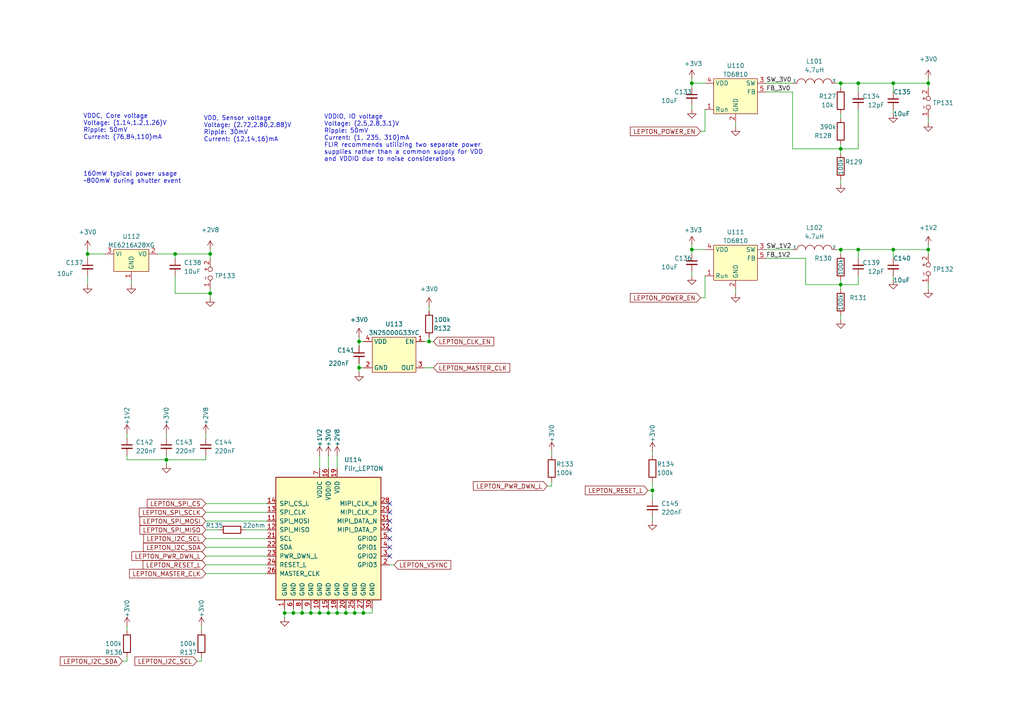
<source format=kicad_sch>
(kicad_sch (version 20231120) (generator "eeschema") (generator_version "8.0")
  (paper "A4")
  (lib_symbols
    (symbol "Device:C_Small" (pin_numbers hide) (pin_names (offset 0.254) hide)
      (property "Reference" "C" (at 0.254 1.778 0))
      (property "Value" "C_Small" (at 0.254 -2.032 0))
      (symbol "C_Small_0_1"
        (polyline (pts (xy -1.524 -0.508) (xy 1.524 -0.508)) (stroke (width 0.3302)))
        (polyline (pts (xy -1.524 0.508) (xy 1.524 0.508)) (stroke (width 0.3048)))
      )
      (symbol "C_Small_1_1"
        (pin passive line (at 0 2.54 270) (length 2.032) (name "~") (number "1"))
        (pin passive line (at 0 -2.54 90) (length 2.032) (name "~") (number "2"))
      )
    )
    (symbol "Device:R" (pin_numbers hide) (pin_names (offset 0))
      (property "Reference" "R" (at 2.032 0 90))
      (property "Value" "R" (at 0 0 90))
      (symbol "R_0_1"
        (rectangle (start -1.016 -2.54) (end 1.016 2.54) (stroke (width 0.254)))
      )
      (symbol "R_1_1"
        (pin passive line (at 0 3.81 270) (length 1.27) (name "~") (number "1"))
        (pin passive line (at 0 -3.81 90) (length 1.27) (name "~") (number "2"))
      )
    )
    (symbol "Power_Inductor_1" (pin_numbers hide) (pin_names (offset 0))
      (property "Reference" "L" (at 0 6.35 0))
      (property "Value" "H" (at 0 3.81 0))
      (symbol "Power_Inductor_1_0_1"
        (arc (start -2.54 0) (mid -3.81 1.2645) (end -5.08 0))
        (arc (start 0 0) (mid -1.27 1.2645) (end -2.54 0))
        (arc (start 2.54 0) (mid 1.27 1.2645) (end 0 0))
        (arc (start 5.08 0) (mid 3.81 1.2645) (end 2.54 0))
      )
      (symbol "Power_Inductor_1_1_1"
        (pin power_in line (at -6.35 0 0) (length 1.27) (name "1") (number "1"))
        (pin power_out line (at 6.35 0 180) (length 1.27) (name "2") (number "2"))
      )
    )
    (symbol "Sensor_Optical:Flir_LEPTON" (pin_names (offset 1.016))
      (property "Reference" "U" (at -15.24 21.59 0))
      (property "Value" "Flir_LEPTON" (at -15.24 19.05 0))
      (symbol "Flir_LEPTON_0_1"
        (rectangle (start -15.24 17.78) (end 15.24 -17.78) (stroke (width 0.254)) (fill (type background)))
      )
      (symbol "Flir_LEPTON_1_1"
        (pin power_in line (at -12.7 -20.32 90) (length 2.54) (name "GND") (number "1"))
        (pin power_in line (at -2.54 -20.32 90) (length 2.54) (name "GND") (number "10"))
        (pin input line (at -17.78 5.08 0) (length 2.54) (name "SPI_MOSI") (number "11"))
        (pin output line (at -17.78 2.54 0) (length 2.54) (name "SPI_MISO") (number "12"))
        (pin input line (at -17.78 7.62 0) (length 2.54) (name "SPI_CLK") (number "13"))
        (pin input line (at -17.78 10.16 0) (length 2.54) (name "SPI_CS_L") (number "14"))
        (pin power_in line (at 0 -20.32 90) (length 2.54) (name "GND") (number "15"))
        (pin power_in line (at 0 20.32 270) (length 2.54) (name "VDDIO") (number "16"))
        (pin no_connect line (at 15.24 -10.16 180) (length 2.54) hide (name "NC") (number "17"))
        (pin power_in line (at 2.54 -20.32 90) (length 2.54) (name "GND") (number "18"))
        (pin power_in line (at 2.54 20.32 270) (length 2.54) (name "VDD") (number "19"))
        (pin bidirectional line (at 17.78 -7.62 180) (length 2.54) (name "GPIO3") (number "2"))
        (pin power_in line (at 5.08 -20.32 90) (length 2.54) (name "GND") (number "20"))
        (pin input line (at -17.78 0 0) (length 2.54) (name "SCL") (number "21"))
        (pin bidirectional line (at -17.78 -2.54 0) (length 2.54) (name "SDA") (number "22"))
        (pin input line (at -17.78 -5.08 0) (length 2.54) (name "PWR_DWN_L") (number "23"))
        (pin input line (at -17.78 -7.62 0) (length 2.54) (name "RESET_L") (number "24"))
        (pin power_in line (at 7.62 -20.32 90) (length 2.54) (name "GND") (number "25"))
        (pin input line (at -17.78 -10.16 0) (length 2.54) (name "MASTER_CLK") (number "26"))
        (pin power_in line (at 10.16 -20.32 90) (length 2.54) (name "GND") (number "27"))
        (pin output line (at 17.78 10.16 180) (length 2.54) (name "MIPI_CLK_N") (number "28"))
        (pin output line (at 17.78 7.62 180) (length 2.54) (name "MIPI_CLK_P") (number "29"))
        (pin bidirectional line (at 17.78 -5.08 180) (length 2.54) (name "GPIO2") (number "3"))
        (pin power_in line (at 12.7 -20.32 90) (length 2.54) (name "GND") (number "30"))
        (pin output line (at 17.78 5.08 180) (length 2.54) (name "MIPI_DATA_N") (number "31"))
        (pin output line (at 17.78 2.54 180) (length 2.54) (name "MIPI_DATA_P") (number "32"))
        (pin bidirectional line (at 17.78 -2.54 180) (length 2.54) (name "GPIO1") (number "4"))
        (pin bidirectional line (at 17.78 0 180) (length 2.54) (name "GPIO0") (number "5"))
        (pin power_in line (at -10.16 -20.32 90) (length 2.54) (name "GND") (number "6"))
        (pin power_in line (at -2.54 20.32 270) (length 2.54) (name "VDDC") (number "7"))
        (pin power_in line (at -7.62 -20.32 90) (length 2.54) (name "GND") (number "8"))
        (pin power_in line (at -5.08 -20.32 90) (length 2.54) (name "GND") (number "9"))
      )
    )
    (symbol "TD6810_1"
      (property "Reference" "U" (at 0 6.35 0))
      (property "Value" "TD6810" (at 0 3.81 0))
      (symbol "TD6810_1_0_1"
        (rectangle (start -6.35 1.27) (end 6.35 -8.89) (fill (type background)))
      )
      (symbol "TD6810_1_1_1"
        (pin input line (at -8.89 -7.62 0) (length 2.54) (name "Run") (number "1"))
        (pin power_in line (at 0 -11.43 90) (length 2.54) (name "GND") (number "2"))
        (pin power_out line (at 8.89 0 180) (length 2.54) (name "SW") (number "3"))
        (pin power_in line (at -8.89 0 0) (length 2.54) (name "VDD") (number "4"))
        (pin input line (at 8.89 -2.54 180) (length 2.54) (name "FB") (number "5"))
      )
    )
    (symbol "cacophony-library:3N25000G33YC"
      (property "Reference" "U" (at 0 8.89 0))
      (property "Value" "3N25000G33YC" (at 0 6.35 0))
      (symbol "3N25000G33YC_0_1"
        (rectangle (start -6.35 3.81) (end 6.35 -6.35) (fill (type background)))
      )
      (symbol "3N25000G33YC_1_1"
        (pin input line (at 8.89 2.54 180) (length 2.54) (name "EN") (number "1"))
        (pin power_in line (at -8.89 -5.08 0) (length 2.54) (name "GND") (number "2"))
        (pin output line (at 8.89 -5.08 180) (length 2.54) (name "OUT") (number "3"))
        (pin power_in line (at -8.89 2.54 0) (length 2.54) (name "VDD") (number "4"))
      )
    )
    (symbol "cacophony-library:ME6216A28XG"
      (property "Reference" "U" (at 0 7.62 0))
      (property "Value" "ME6216A28XG" (at 0 5.08 0))
      (symbol "ME6216A28XG_0_1"
        (rectangle (start -5.08 2.54) (end 5.08 -3.81) (fill (type background)))
      )
      (symbol "ME6216A28XG_1_1"
        (pin power_in line (at 0 -6.35 90) (length 2.54) (name "GND") (number "1"))
        (pin power_out line (at 7.62 1.27 180) (length 2.54) (name "VO") (number "2"))
        (pin power_in line (at -7.62 1.27 0) (length 2.54) (name "VI") (number "3"))
      )
    )
    (symbol "cacophony-library:Power_Inductor" (pin_numbers hide) (pin_names (offset 0))
      (property "Reference" "L" (at 0 6.35 0))
      (property "Value" "H" (at 0 3.81 0))
      (symbol "Power_Inductor_0_1"
        (arc (start -2.54 0) (mid -3.81 1.2645) (end -5.08 0))
        (arc (start 0 0) (mid -1.27 1.2645) (end -2.54 0))
        (arc (start 2.54 0) (mid 1.27 1.2645) (end 0 0))
        (arc (start 5.08 0) (mid 3.81 1.2645) (end 2.54 0))
      )
      (symbol "Power_Inductor_1_1"
        (pin power_in line (at -6.35 0 0) (length 1.27) (name "1") (number "1"))
        (pin power_out line (at 6.35 0 180) (length 1.27) (name "2") (number "2"))
      )
    )
    (symbol "cacophony-library:TD6810"
      (property "Reference" "U" (at 0 6.35 0))
      (property "Value" "TD6810" (at 0 3.81 0))
      (symbol "TD6810_0_1"
        (rectangle (start -6.35 1.27) (end 6.35 -8.89) (fill (type background)))
      )
      (symbol "TD6810_1_1"
        (pin input line (at -8.89 -7.62 0) (length 2.54) (name "Run") (number "1"))
        (pin power_in line (at 0 -11.43 90) (length 2.54) (name "GND") (number "2"))
        (pin power_out line (at 8.89 0 180) (length 2.54) (name "SW") (number "3"))
        (pin power_in line (at -8.89 0 0) (length 2.54) (name "VDD") (number "4"))
        (pin input line (at 8.89 -2.54 180) (length 2.54) (name "FB") (number "5"))
      )
    )
    (symbol "cacophony-library:TestPoint_2Pole" (pin_names (offset 0.762) hide)
      (property "Reference" "TP" (at 0.889 2.667 0))
      (symbol "TestPoint_2Pole_0_1"
        (circle (center -0.635 0) (radius 0.635))
        (polyline (pts (xy -1.016 1.27) (xy -0.254 1.27)))
        (polyline (pts (xy 1.524 1.27) (xy 2.286 1.27)))
        (polyline (pts (xy 1.905 0.889) (xy 1.905 1.651)))
        (circle (center 1.905 0) (radius 0.635))
      )
      (symbol "TestPoint_2Pole_1_1"
        (pin passive line (at -3.81 0 0) (length 2.54) (name "") (number "1"))
        (pin passive line (at 5.08 0 180) (length 2.54) (name "") (number "2"))
      )
    )
    (symbol "power:+1V2" (power) (pin_numbers hide) (pin_names (offset 0) hide)
      (property "Value" "+1V2" (at 0 3.556 0))
      (symbol "+1V2_0_1"
        (polyline (pts (xy -0.762 1.27) (xy 0 2.54)))
        (polyline (pts (xy 0 0) (xy 0 2.54)))
        (polyline (pts (xy 0 2.54) (xy 0.762 1.27)))
      )
      (symbol "+1V2_1_1"
        (pin power_in line (at 0 0 90) (length 0) (name "~") (number "1"))
      )
    )
    (symbol "power:+2V8" (power) (pin_numbers hide) (pin_names (offset 0) hide)
      (property "Value" "+2V8" (at 0 3.556 0))
      (symbol "+2V8_0_1"
        (polyline (pts (xy -0.762 1.27) (xy 0 2.54)))
        (polyline (pts (xy 0 0) (xy 0 2.54)))
        (polyline (pts (xy 0 2.54) (xy 0.762 1.27)))
      )
      (symbol "+2V8_1_1"
        (pin power_in line (at 0 0 90) (length 0) (name "~") (number "1"))
      )
    )
    (symbol "power:+3V0" (power) (pin_numbers hide) (pin_names (offset 0) hide)
      (property "Value" "+3V0" (at 0 3.556 0))
      (symbol "+3V0_0_1"
        (polyline (pts (xy -0.762 1.27) (xy 0 2.54)))
        (polyline (pts (xy 0 0) (xy 0 2.54)))
        (polyline (pts (xy 0 2.54) (xy 0.762 1.27)))
      )
      (symbol "+3V0_1_1"
        (pin power_in line (at 0 0 90) (length 0) (name "~") (number "1"))
      )
    )
    (symbol "power:+3V3" (power) (pin_numbers hide) (pin_names (offset 0) hide)
      (property "Value" "+3V3" (at 0 3.556 0))
      (symbol "+3V3_0_1"
        (polyline (pts (xy -0.762 1.27) (xy 0 2.54)))
        (polyline (pts (xy 0 0) (xy 0 2.54)))
        (polyline (pts (xy 0 2.54) (xy 0.762 1.27)))
      )
      (symbol "+3V3_1_1"
        (pin power_in line (at 0 0 90) (length 0) (name "~") (number "1"))
      )
    )
    (symbol "power:GND" (power) (pin_numbers hide) (pin_names (offset 0) hide)
      (property "Value" "GND" (at 0 -3.81 0))
      (symbol "GND_0_1"
        (polyline (pts (xy 0 0) (xy 0 -1.27) (xy 1.27 -1.27) (xy 0 -2.54) (xy -1.27 -1.27) (xy 0 -1.27)))
      )
      (symbol "GND_1_1"
        (pin power_in line (at 0 0 270) (length 0) (name "~") (number "1"))
      )
    )
  )
  (junction (at 269.24 24.13))
  (junction (at 95.25 177.8))
  (junction (at 90.17 177.8))
  (junction (at 259.08 24.13))
  (junction (at 97.79 177.8))
  (junction (at 243.84 24.13))
  (junction (at 200.66 24.13))
  (junction (at 124.46 99.06))
  (junction (at 269.24 72.39))
  (junction (at 104.14 106.68))
  (junction (at 105.41 177.8))
  (junction (at 25.4 73.66))
  (junction (at 60.96 73.66))
  (junction (at 102.87 177.8))
  (junction (at 87.63 177.8))
  (junction (at 48.26 133.35))
  (junction (at 85.09 177.8))
  (junction (at 104.14 99.06))
  (junction (at 189.23 142.24))
  (junction (at 243.84 43.18))
  (junction (at 92.71 177.8))
  (junction (at 60.96 85.09))
  (junction (at 248.92 72.39))
  (junction (at 200.66 72.39))
  (junction (at 243.84 72.39))
  (junction (at 50.8 73.66))
  (junction (at 100.33 177.8))
  (junction (at 82.55 177.8))
  (junction (at 259.08 72.39))
  (junction (at 243.84 82.55))
  (junction (at 248.92 24.13))
  (no_connect (at 113.03 146.05))
  (no_connect (at 113.03 148.59))
  (no_connect (at 113.03 151.13))
  (no_connect (at 113.03 153.67))
  (no_connect (at 113.03 156.21))
  (no_connect (at 113.03 161.29))
  (no_connect (at 113.03 158.75))
  (wire (pts (xy 100.33 177.8) (xy 102.87 177.8)))
  (wire (pts (xy 204.47 86.36) (xy 204.47 80.01)))
  (wire (pts (xy 25.4 72.39) (xy 25.4 73.66)))
  (wire (pts (xy 243.84 33.02) (xy 243.84 34.29)))
  (wire (pts (xy 187.96 142.24) (xy 189.23 142.24)))
  (wire (pts (xy 105.41 177.8) (xy 105.41 176.53)))
  (wire (pts (xy 269.24 71.12) (xy 269.24 72.39)))
  (wire (pts (xy 104.14 97.79) (xy 104.14 99.06)))
  (wire (pts (xy 59.69 146.05) (xy 77.47 146.05)))
  (wire (pts (xy 259.08 31.75) (xy 259.08 33.02)))
  (wire (pts (xy 200.66 24.13) (xy 204.47 24.13)))
  (wire (pts (xy 233.68 82.55) (xy 233.68 74.93)))
  (wire (pts (xy 160.02 130.81) (xy 160.02 132.08)))
  (wire (pts (xy 48.26 132.08) (xy 48.26 133.35)))
  (wire (pts (xy 113.03 163.83) (xy 114.3 163.83)))
  (wire (pts (xy 243.84 43.18) (xy 243.84 44.45)))
  (wire (pts (xy 36.83 132.08) (xy 36.83 133.35)))
  (wire (pts (xy 60.96 73.66) (xy 50.8 73.66)))
  (wire (pts (xy 248.92 31.75) (xy 248.92 43.18)))
  (wire (pts (xy 36.83 133.35) (xy 48.26 133.35)))
  (wire (pts (xy 243.84 82.55) (xy 233.68 82.55)))
  (wire (pts (xy 102.87 177.8) (xy 102.87 176.53)))
  (wire (pts (xy 82.55 177.8) (xy 82.55 176.53)))
  (wire (pts (xy 248.92 43.18) (xy 243.84 43.18)))
  (wire (pts (xy 189.23 149.86) (xy 189.23 151.13)))
  (wire (pts (xy 82.55 177.8) (xy 85.09 177.8)))
  (wire (pts (xy 269.24 82.55) (xy 269.24 83.82)))
  (wire (pts (xy 243.84 41.91) (xy 243.84 43.18)))
  (wire (pts (xy 60.96 73.66) (xy 60.96 72.39)))
  (wire (pts (xy 248.92 72.39) (xy 248.92 74.93)))
  (wire (pts (xy 60.96 73.66) (xy 60.96 74.93)))
  (wire (pts (xy 95.25 177.8) (xy 95.25 176.53)))
  (wire (pts (xy 90.17 177.8) (xy 92.71 177.8)))
  (wire (pts (xy 59.69 148.59) (xy 77.47 148.59)))
  (wire (pts (xy 25.4 80.01) (xy 25.4 82.55)))
  (wire (pts (xy 59.69 158.75) (xy 77.47 158.75)))
  (wire (pts (xy 57.15 191.77) (xy 58.42 191.77)))
  (wire (pts (xy 204.47 38.1) (xy 204.47 31.75)))
  (wire (pts (xy 85.09 177.8) (xy 87.63 177.8)))
  (wire (pts (xy 48.26 133.35) (xy 48.26 134.62)))
  (wire (pts (xy 243.84 72.39) (xy 243.84 73.66)))
  (wire (pts (xy 48.26 133.35) (xy 59.69 133.35)))
  (wire (pts (xy 59.69 151.13) (xy 77.47 151.13)))
  (wire (pts (xy 242.57 72.39) (xy 243.84 72.39)))
  (wire (pts (xy 200.66 22.86) (xy 200.66 24.13)))
  (wire (pts (xy 59.69 163.83) (xy 77.47 163.83)))
  (wire (pts (xy 243.84 72.39) (xy 248.92 72.39)))
  (wire (pts (xy 259.08 24.13) (xy 259.08 26.67)))
  (wire (pts (xy 45.72 73.66) (xy 50.8 73.66)))
  (wire (pts (xy 259.08 24.13) (xy 269.24 24.13)))
  (wire (pts (xy 95.25 132.08) (xy 95.25 135.89)))
  (wire (pts (xy 233.68 74.93) (xy 222.25 74.93)))
  (wire (pts (xy 50.8 73.66) (xy 50.8 74.93)))
  (wire (pts (xy 25.4 73.66) (xy 30.48 73.66)))
  (wire (pts (xy 107.95 177.8) (xy 107.95 176.53)))
  (wire (pts (xy 58.42 181.61) (xy 58.42 182.88)))
  (wire (pts (xy 269.24 72.39) (xy 259.08 72.39)))
  (wire (pts (xy 36.83 181.61) (xy 36.83 182.88)))
  (wire (pts (xy 248.92 24.13) (xy 259.08 24.13)))
  (wire (pts (xy 189.23 142.24) (xy 189.23 144.78)))
  (wire (pts (xy 242.57 24.13) (xy 243.84 24.13)))
  (wire (pts (xy 269.24 34.29) (xy 269.24 35.56)))
  (wire (pts (xy 203.2 38.1) (xy 204.47 38.1)))
  (wire (pts (xy 48.26 125.73) (xy 48.26 127)))
  (wire (pts (xy 90.17 177.8) (xy 90.17 176.53)))
  (wire (pts (xy 100.33 177.8) (xy 100.33 176.53)))
  (wire (pts (xy 124.46 97.79) (xy 124.46 99.06)))
  (wire (pts (xy 200.66 78.74) (xy 200.66 80.01)))
  (wire (pts (xy 243.84 24.13) (xy 248.92 24.13)))
  (wire (pts (xy 92.71 177.8) (xy 95.25 177.8)))
  (wire (pts (xy 189.23 139.7) (xy 189.23 142.24)))
  (wire (pts (xy 248.92 24.13) (xy 248.92 26.67)))
  (wire (pts (xy 189.23 130.81) (xy 189.23 132.08)))
  (wire (pts (xy 200.66 72.39) (xy 204.47 72.39)))
  (wire (pts (xy 124.46 99.06) (xy 125.73 99.06)))
  (wire (pts (xy 97.79 177.8) (xy 100.33 177.8)))
  (wire (pts (xy 36.83 191.77) (xy 35.56 191.77)))
  (wire (pts (xy 213.36 83.82) (xy 213.36 85.09)))
  (wire (pts (xy 97.79 132.08) (xy 97.79 135.89)))
  (wire (pts (xy 160.02 140.97) (xy 158.75 140.97)))
  (wire (pts (xy 60.96 85.09) (xy 50.8 85.09)))
  (wire (pts (xy 222.25 24.13) (xy 229.87 24.13)))
  (wire (pts (xy 59.69 153.67) (xy 63.5 153.67)))
  (wire (pts (xy 25.4 74.93) (xy 25.4 73.66)))
  (wire (pts (xy 203.2 86.36) (xy 204.47 86.36)))
  (wire (pts (xy 243.84 52.07) (xy 243.84 53.34)))
  (wire (pts (xy 59.69 125.73) (xy 59.69 127)))
  (wire (pts (xy 95.25 177.8) (xy 97.79 177.8)))
  (wire (pts (xy 92.71 177.8) (xy 92.71 176.53)))
  (wire (pts (xy 82.55 177.8) (xy 82.55 179.07)))
  (wire (pts (xy 200.66 72.39) (xy 200.66 73.66)))
  (wire (pts (xy 160.02 139.7) (xy 160.02 140.97)))
  (wire (pts (xy 229.87 43.18) (xy 229.87 26.67)))
  (wire (pts (xy 259.08 72.39) (xy 259.08 74.93)))
  (wire (pts (xy 104.14 106.68) (xy 105.41 106.68)))
  (wire (pts (xy 248.92 80.01) (xy 248.92 82.55)))
  (wire (pts (xy 248.92 82.55) (xy 243.84 82.55)))
  (wire (pts (xy 243.84 24.13) (xy 243.84 25.4)))
  (wire (pts (xy 50.8 80.01) (xy 50.8 85.09)))
  (wire (pts (xy 259.08 80.01) (xy 259.08 81.28)))
  (wire (pts (xy 36.83 125.73) (xy 36.83 127)))
  (wire (pts (xy 243.84 82.55) (xy 243.84 83.82)))
  (wire (pts (xy 248.92 72.39) (xy 259.08 72.39)))
  (wire (pts (xy 104.14 105.41) (xy 104.14 106.68)))
  (wire (pts (xy 105.41 177.8) (xy 107.95 177.8)))
  (wire (pts (xy 213.36 35.56) (xy 213.36 36.83)))
  (wire (pts (xy 124.46 88.9) (xy 124.46 90.17)))
  (wire (pts (xy 269.24 22.86) (xy 269.24 24.13)))
  (wire (pts (xy 97.79 177.8) (xy 97.79 176.53)))
  (wire (pts (xy 59.69 161.29) (xy 77.47 161.29)))
  (wire (pts (xy 229.87 26.67) (xy 222.25 26.67)))
  (wire (pts (xy 243.84 43.18) (xy 229.87 43.18)))
  (wire (pts (xy 123.19 106.68) (xy 125.73 106.68)))
  (wire (pts (xy 60.96 85.09) (xy 60.96 86.36)))
  (wire (pts (xy 38.1 81.28) (xy 38.1 82.55)))
  (wire (pts (xy 269.24 72.39) (xy 269.24 73.66)))
  (wire (pts (xy 200.66 24.13) (xy 200.66 25.4)))
  (wire (pts (xy 200.66 71.12) (xy 200.66 72.39)))
  (wire (pts (xy 60.96 83.82) (xy 60.96 85.09)))
  (wire (pts (xy 87.63 177.8) (xy 87.63 176.53)))
  (wire (pts (xy 92.71 132.08) (xy 92.71 135.89)))
  (wire (pts (xy 59.69 156.21) (xy 77.47 156.21)))
  (wire (pts (xy 59.69 166.37) (xy 77.47 166.37)))
  (wire (pts (xy 59.69 133.35) (xy 59.69 132.08)))
  (wire (pts (xy 243.84 81.28) (xy 243.84 82.55)))
  (wire (pts (xy 58.42 190.5) (xy 58.42 191.77)))
  (wire (pts (xy 200.66 30.48) (xy 200.66 31.75)))
  (wire (pts (xy 102.87 177.8) (xy 105.41 177.8)))
  (wire (pts (xy 123.19 99.06) (xy 124.46 99.06)))
  (wire (pts (xy 87.63 177.8) (xy 90.17 177.8)))
  (wire (pts (xy 269.24 24.13) (xy 269.24 25.4)))
  (wire (pts (xy 222.25 72.39) (xy 229.87 72.39)))
  (wire (pts (xy 71.12 153.67) (xy 77.47 153.67)))
  (wire (pts (xy 243.84 91.44) (xy 243.84 92.71)))
  (wire (pts (xy 36.83 190.5) (xy 36.83 191.77)))
  (wire (pts (xy 85.09 177.8) (xy 85.09 176.53)))
  (wire (pts (xy 104.14 99.06) (xy 105.41 99.06)))
  (wire (pts (xy 104.14 106.68) (xy 104.14 107.95)))
  (wire (pts (xy 104.14 99.06) (xy 104.14 100.33)))
  (text "160mW typical power usage\n~800mW during shutter event" (at 24.13 53.34 0) (effects (font (size 1.27 1.27)) (justify left bottom)))
  (text "VDDC, Core voltage\nVoltage: (1.14,1.2,1.26)V\nRipple: 50mV\nCurrent: (76,84,110)mA" (at 24.13 40.64 0) (effects (font (size 1.27 1.27)) (justify left bottom)))
  (text "VDD, Sensor voltage\nVoltage: (2.72,2.80,2.88)V\nRipple: 30mV\nCurrent: (12,14,16)mA\n" (at 59.055 41.275 0) (effects (font (size 1.27 1.27)) (justify left bottom)))
  (text "VDDIO, IO voltage\nVoltage: (2.5,2.8,3.1)V\nRipple: 50mV\nCurrent: (1, 235, 310)mA\nFLIR recommends utilizing two separate power \nsupplies rather than a common supply for VDD \nand VDDIO due to noise considerations\n" (at 93.98 46.99 0) (effects (font (size 1.27 1.27)) (justify left bottom)))
  (label "FB_3V0" (at 222.25 26.67 0))
  (label "SW_1V2" (at 222.25 72.39 0))
  (label "FB_1V2" (at 222.25 74.93 0))
  (label "SW_3V0" (at 222.25 24.13 0))
  (global_label "LEPTON_PWR_DWN_L" (shape input) (at 158.75 140.97 180) (property "Intersheetrefs" "${INTERSHEET_REFS}" (effects (hide yes))))
  (global_label "LEPTON_CLK_EN" (shape input) (at 125.73 99.06 0) (property "Intersheetrefs" "${INTERSHEET_REFS}" (effects (hide yes))))
  (global_label "LEPTON_I2C_SDA" (shape input) (at 59.69 158.75 180) (property "Intersheetrefs" "${INTERSHEET_REFS}" (effects (hide yes))))
  (global_label "LEPTON_SPI_MOSI" (shape input) (at 59.69 151.13 180) (property "Intersheetrefs" "${INTERSHEET_REFS}" (effects (hide yes))))
  (global_label "LEPTON_I2C_SCL" (shape input) (at 59.69 156.21 180) (property "Intersheetrefs" "${INTERSHEET_REFS}" (effects (hide yes))))
  (global_label "LEPTON_PWR_DWN_L" (shape input) (at 59.69 161.29 180) (property "Intersheetrefs" "${INTERSHEET_REFS}" (effects (hide yes))))
  (global_label "LEPTON_MASTER_CLK" (shape input) (at 125.73 106.68 0) (property "Intersheetrefs" "${INTERSHEET_REFS}" (effects (hide yes))))
  (global_label "LEPTON_RESET_L" (shape input) (at 59.69 163.83 180) (property "Intersheetrefs" "${INTERSHEET_REFS}" (effects (hide yes))))
  (global_label "LEPTON_SPI_MISO" (shape input) (at 59.69 153.67 180) (property "Intersheetrefs" "${INTERSHEET_REFS}" (effects (hide yes))))
  (global_label "LEPTON_RESET_L" (shape input) (at 187.96 142.24 180) (property "Intersheetrefs" "${INTERSHEET_REFS}" (effects (hide yes))))
  (global_label "LEPTON_I2C_SDA" (shape input) (at 35.56 191.77 180) (property "Intersheetrefs" "${INTERSHEET_REFS}" (effects (hide yes))))
  (global_label "LEPTON_SPI_SCLK" (shape input) (at 59.69 148.59 180) (property "Intersheetrefs" "${INTERSHEET_REFS}" (effects (hide yes))))
  (global_label "LEPTON_SPI_CS" (shape input) (at 59.69 146.05 180) (property "Intersheetrefs" "${INTERSHEET_REFS}" (effects (hide yes))))
  (global_label "LEPTON_POWER_EN" (shape input) (at 203.2 86.36 180) (property "Intersheetrefs" "${INTERSHEET_REFS}" (effects (hide yes))))
  (global_label "LEPTON_MASTER_CLK" (shape input) (at 59.69 166.37 180) (property "Intersheetrefs" "${INTERSHEET_REFS}" (effects (hide yes))))
  (global_label "LEPTON_VSYNC" (shape input) (at 114.3 163.83 0) (property "Intersheetrefs" "${INTERSHEET_REFS}" (effects (hide yes))))
  (global_label "LEPTON_POWER_EN" (shape input) (at 203.2 38.1 180) (property "Intersheetrefs" "${INTERSHEET_REFS}" (effects (hide yes))))
  (global_label "LEPTON_I2C_SCL" (shape input) (at 57.15 191.77 180) (property "Intersheetrefs" "${INTERSHEET_REFS}" (effects (hide yes))))
  (symbol (lib_id "Device:R") (at 160.02 135.89 0) (unit 1)
    (property "Reference" "R133" (at 161.29 134.62 0) (effects (justify left)))
    (property "Value" "100k" (at 161.29 137.16 0) (effects (justify left)))
    (property "Footprint" "Resistor_SMD:R_0402_1005Metric" (effects (hide yes)))
    (property "LCSC" "C25741" (effects (hide yes)))
  )
  (symbol (lib_id "power:+3V3") (at 200.66 71.12 0) (unit 1)
    (property "Reference" "#PWR0179" (effects (hide yes)))
    (property "Value" "+3V3" (at 201.041 66.7258 0))
    (property "Description" "Power symbol creates a global label with name \"+3V3\"" (effects (hide yes)))
  )
  (symbol (lib_id "power:GND") (at 243.84 92.71 0) (unit 1)
    (property "Reference" "#PWR0191" (effects (hide yes)))
    (property "Value" "GND" (effects (hide yes)))
    (property "Description" "Power symbol creates a global label with name \"GND\" , ground" (effects (hide yes)))
  )
  (symbol (lib_id "power:+3V3") (at 200.66 22.86 0) (unit 1)
    (property "Reference" "#PWR0172" (effects (hide yes)))
    (property "Value" "+3V3" (at 201.041 18.4658 0))
    (property "Description" "Power symbol creates a global label with name \"+3V3\"" (effects (hide yes)))
  )
  (symbol (lib_id "power:+2V8") (at 97.79 132.08 0) (unit 1)
    (property "Reference" "#PWR0201" (effects (hide yes)))
    (property "Value" "+2V8" (at 97.79 127 90))
    (property "Description" "Power symbol creates a global label with name \"+2V8\"" (effects (hide yes)))
  )
  (symbol (lib_id "power:+2V8") (at 59.69 125.73 0) (unit 1)
    (property "Reference" "#PWR0196" (effects (hide yes)))
    (property "Value" "+2V8" (at 59.69 120.65 90))
    (property "Description" "Power symbol creates a global label with name \"+2V8\"" (effects (hide yes)))
  )
  (symbol (lib_id "Device:C_Small") (at 25.4 77.47 0) (unit 1)
    (property "Reference" "C137" (at 19.05 76.2 0) (effects (justify left)))
    (property "Value" "10uF" (at 16.51 79.375 0) (effects (justify left)))
    (property "Footprint" "Capacitor_SMD:C_0603_1608Metric" (effects (hide yes)))
    (property "LCSC" "C19702" (effects (hide yes)))
  )
  (symbol (lib_id "power:GND") (at 259.08 81.28 0) (unit 1)
    (property "Reference" "#PWR0184" (effects (hide yes)))
    (property "Value" "GND" (effects (hide yes)))
    (property "Description" "Power symbol creates a global label with name \"GND\" , ground" (effects (hide yes)))
  )
  (symbol (lib_id "cacophony-library:TestPoint_2Pole") (at 269.24 78.74 90) (unit 1) (in_bom no)
    (property "Reference" "TP132" (at 270.51 78.105 90) (effects (justify right)))
    (property "Value" "TP_2P" (effects (hide yes)))
    (property "Footprint" "cacophony-library:test-point-2p" (effects (hide yes)))
  )
  (symbol (lib_id "power:+3V0") (at 48.26 125.73 0) (unit 1)
    (property "Reference" "#PWR0195" (effects (hide yes)))
    (property "Value" "+3V0" (at 48.26 120.65 90))
    (property "Description" "Power symbol creates a global label with name \"+3V0\"" (effects (hide yes)))
  )
  (symbol (lib_id "power:+3V0") (at 104.14 97.79 0) (unit 1)
    (property "Reference" "#PWR0192" (effects (hide yes)))
    (property "Value" "+3V0" (at 104.14 92.71 0))
    (property "Description" "Power symbol creates a global label with name \"+3V0\"" (effects (hide yes)))
  )
  (symbol (lib_id "Device:C_Small") (at 259.08 77.47 0) (unit 1)
    (property "Reference" "C140" (at 259.08 74.93 0) (effects (justify left)))
    (property "Value" "10uF" (at 259.08 81.28 0) (effects (justify left)))
    (property "Footprint" "Capacitor_SMD:C_0603_1608Metric" (effects (hide yes)))
    (property "LCSC" "C19702" (effects (hide yes)))
  )
  (symbol (lib_id "power:+3V0") (at 25.4 72.39 0) (unit 1)
    (property "Reference" "#PWR0181" (effects (hide yes)))
    (property "Value" "+3V0" (at 25.4 67.31 0))
    (property "Description" "Power symbol creates a global label with name \"+3V0\"" (effects (hide yes)))
  )
  (symbol (lib_id "Device:C_Small") (at 48.26 129.54 0) (unit 1)
    (property "Reference" "C143" (at 50.8 128.2762 0) (effects (justify left)))
    (property "Value" "220nF" (at 50.8 130.8162 0) (effects (justify left)))
    (property "Footprint" "Capacitor_SMD:C_0402_1005Metric" (effects (hide yes)))
    (property "LCSC" "C16772" (effects (hide yes)))
  )
  (symbol (lib_id "power:+1V2") (at 92.71 132.08 0) (unit 1)
    (property "Reference" "#PWR0199" (effects (hide yes)))
    (property "Value" "+1V2" (at 92.71 127 90))
    (property "Description" "Power symbol creates a global label with name \"+1V2\"" (effects (hide yes)))
  )
  (symbol (lib_id "power:GND") (at 82.55 179.07 0) (unit 1)
    (property "Reference" "#PWR0204" (effects (hide yes)))
    (property "Value" "GND" (effects (hide yes)))
    (property "Description" "Power symbol creates a global label with name \"GND\" , ground" (effects (hide yes)))
  )
  (symbol (lib_id "Device:C_Small") (at 200.66 27.94 0) (unit 1)
    (property "Reference" "C133" (at 195.58 26.67 0) (effects (justify left)))
    (property "Value" "10uF" (at 191.77 29.21 0) (effects (justify left)))
    (property "Footprint" "Capacitor_SMD:C_0603_1608Metric" (effects (hide yes)))
    (property "LCSC" "C19702" (effects (hide yes)))
  )
  (symbol (lib_id "power:GND") (at 25.4 82.55 0) (unit 1)
    (property "Reference" "#PWR0185" (effects (hide yes)))
    (property "Value" "GND" (effects (hide yes)))
    (property "Description" "Power symbol creates a global label with name \"GND\" , ground" (effects (hide yes)))
  )
  (symbol (lib_id "Device:R") (at 36.83 186.69 0) (unit 1)
    (property "Reference" "R136" (at 30.48 189.23 0) (effects (justify left)))
    (property "Value" "100k" (at 30.48 186.69 0) (effects (justify left)))
    (property "Footprint" "Resistor_SMD:R_0402_1005Metric" (effects (hide yes)))
    (property "LCSC" "C25741" (effects (hide yes)))
  )
  (symbol (lib_id "Device:R") (at 243.84 29.21 180) (unit 1)
    (property "Reference" "R127" (at 240.03 27.94 0))
    (property "Value" "10k" (at 240.03 30.48 0))
    (property "Footprint" "Resistor_SMD:R_0402_1005Metric" (effects (hide yes)))
    (property "LCSC" "C25744" (effects (hide yes)))
  )
  (symbol (lib_id "Device:C_Small") (at 104.14 102.87 0) (unit 1)
    (property "Reference" "C141" (at 97.79 101.6 0) (effects (justify left)))
    (property "Value" "220nF" (at 95.25 105.41 0) (effects (justify left)))
    (property "Footprint" "Capacitor_SMD:C_0402_1005Metric" (effects (hide yes)))
    (property "LCSC" "C16772" (effects (hide yes)))
  )
  (symbol (lib_id "power:GND") (at 38.1 82.55 0) (unit 1)
    (property "Reference" "#PWR0186" (effects (hide yes)))
    (property "Value" "GND" (effects (hide yes)))
    (property "Description" "Power symbol creates a global label with name \"GND\" , ground" (effects (hide yes)))
  )
  (symbol (lib_id "power:+3V0") (at 36.83 181.61 0) (unit 1)
    (property "Reference" "#PWR0205" (effects (hide yes)))
    (property "Value" "+3V0" (at 36.83 176.53 90))
    (property "Description" "Power symbol creates a global label with name \"+3V0\"" (effects (hide yes)))
  )
  (symbol (lib_id "power:GND") (at 189.23 151.13 0) (unit 1)
    (property "Reference" "#PWR0203" (effects (hide yes)))
    (property "Value" "GND" (effects (hide yes)))
    (property "Description" "Power symbol creates a global label with name \"GND\" , ground" (effects (hide yes)))
  )
  (symbol (lib_id "power:GND") (at 243.84 53.34 0) (unit 1)
    (property "Reference" "#PWR0178" (effects (hide yes)))
    (property "Value" "GND" (effects (hide yes)))
    (property "Description" "Power symbol creates a global label with name \"GND\" , ground" (effects (hide yes)))
  )
  (symbol (lib_id "Device:R") (at 243.84 77.47 180) (unit 1)
    (property "Reference" "R130" (at 238.76 74.93 0))
    (property "Value" "100k" (at 243.84 77.47 90))
    (property "Footprint" "Resistor_SMD:R_0402_1005Metric" (effects (hide yes)))
    (property "LCSC" "C25741" (effects (hide yes)))
  )
  (symbol (lib_id "power:GND") (at 213.36 36.83 0) (unit 1)
    (property "Reference" "#PWR0177" (effects (hide yes)))
    (property "Value" "GND" (effects (hide yes)))
    (property "Description" "Power symbol creates a global label with name \"GND\" , ground" (effects (hide yes)))
  )
  (symbol (lib_id "cacophony-library:TestPoint_2Pole") (at 60.96 80.01 90) (unit 1) (in_bom no)
    (property "Reference" "TP133" (at 62.23 80.01 90) (effects (justify right)))
    (property "Value" "TP_2P" (effects (hide yes)))
    (property "Footprint" "cacophony-library:test-point-2p" (effects (hide yes)))
  )
  (symbol (lib_id "Device:R") (at 58.42 186.69 0) (unit 1)
    (property "Reference" "R137" (at 52.07 189.23 0) (effects (justify left)))
    (property "Value" "100k" (at 52.07 186.69 0) (effects (justify left)))
    (property "Footprint" "Resistor_SMD:R_0402_1005Metric" (effects (hide yes)))
    (property "LCSC" "C25741" (effects (hide yes)))
  )
  (symbol (lib_id "Device:C_Small") (at 248.92 77.47 180) (unit 1)
    (property "Reference" "C139" (at 255.27 76.2 0) (effects (justify left)))
    (property "Value" "12pF" (at 256.54 78.74 0) (effects (justify left)))
    (property "Footprint" "Capacitor_SMD:C_0402_1005Metric" (effects (hide yes)))
    (property "LCSC" "C1547" (effects (hide yes)))
  )
  (symbol (lib_id "Device:C_Small") (at 50.8 77.47 0) (unit 1)
    (property "Reference" "C138" (at 53.34 76.2062 0) (effects (justify left)))
    (property "Value" "10uF" (at 53.34 78.7462 0) (effects (justify left)))
    (property "Footprint" "Capacitor_SMD:C_0603_1608Metric" (effects (hide yes)))
    (property "LCSC" "C19702" (effects (hide yes)))
  )
  (symbol (lib_id "Device:R") (at 189.23 135.89 0) (unit 1)
    (property "Reference" "R134" (at 190.5 134.62 0) (effects (justify left)))
    (property "Value" "100k" (at 190.5 137.16 0) (effects (justify left)))
    (property "Footprint" "Resistor_SMD:R_0402_1005Metric" (effects (hide yes)))
    (property "LCSC" "C25741" (effects (hide yes)))
  )
  (symbol (lib_id "Device:C_Small") (at 248.92 29.21 180) (unit 1)
    (property "Reference" "C134" (at 255.27 27.94 0) (effects (justify left)))
    (property "Value" "12pF" (at 256.54 30.48 0) (effects (justify left)))
    (property "Footprint" "Capacitor_SMD:C_0402_1005Metric" (effects (hide yes)))
    (property "LCSC" "C1547" (effects (hide yes)))
  )
  (symbol (lib_id "power:+3V0") (at 269.24 22.86 0) (unit 1)
    (property "Reference" "#PWR0173" (effects (hide yes)))
    (property "Value" "+3V0" (at 269.24 17.145 0))
    (property "Description" "Power symbol creates a global label with name \"+3V0\"" (effects (hide yes)))
  )
  (symbol (lib_id "power:+1V2") (at 269.24 71.12 0) (unit 1)
    (property "Reference" "#PWR0180" (effects (hide yes)))
    (property "Value" "+1V2" (at 269.24 66.04 0))
    (property "Description" "Power symbol creates a global label with name \"+1V2\"" (effects (hide yes)))
  )
  (symbol (lib_id "cacophony-library:3N25000G33YC") (at 114.3 101.6 0) (unit 1)
    (property "Reference" "U113" (at 114.3 93.98 0))
    (property "Value" "3N25000G33YC" (at 114.3 96.52 0))
    (property "Footprint" "Oscillator:Oscillator_SMD_Abracon_ASE-4Pin_3.2x2.5mm" (effects (hide yes)))
    (property "Datasheet" "https://datasheet.lcsc.com/lcsc/1810271633_SJK-SHENZHEN-CRYSTAL-TECH-3N25000G33YC_C252341.pdf" (effects (hide yes)))
    (property "LCSC" "C252341" (effects (hide yes)))
  )
  (symbol (lib_id "Device:R") (at 243.84 48.26 0) (unit 1)
    (property "Reference" "R129" (at 245.11 46.99 0) (effects (justify left)))
    (property "Value" "100k" (at 243.84 50.8 90) (effects (justify left)))
    (property "Footprint" "Resistor_SMD:R_0402_1005Metric" (effects (hide yes)))
    (property "LCSC" "C25741" (effects (hide yes)))
  )
  (symbol (lib_id "power:GND") (at 259.08 33.02 0) (unit 1)
    (property "Reference" "#PWR0175" (effects (hide yes)))
    (property "Value" "GND" (effects (hide yes)))
    (property "Description" "Power symbol creates a global label with name \"GND\" , ground" (effects (hide yes)))
  )
  (symbol (lib_id "cacophony-library:Power_Inductor") (at 236.22 24.13 0) (unit 1)
    (property "Reference" "L101" (at 236.22 17.78 0))
    (property "Value" "4.7uH" (at 236.22 20.32 0))
    (property "Footprint" "cacophony-library:IND-SMD_L4.0-W4.0_SWPA4018S" (effects (hide yes)))
    (property "LCSC" "C436646" (effects (hide yes)))
  )
  (symbol (lib_id "power:GND") (at 104.14 107.95 0) (unit 1)
    (property "Reference" "#PWR0193" (effects (hide yes)))
    (property "Value" "GND" (effects (hide yes)))
    (property "Description" "Power symbol creates a global label with name \"GND\" , ground" (effects (hide yes)))
  )
  (symbol (lib_id "Device:C_Small") (at 259.08 29.21 0) (unit 1)
    (property "Reference" "C135" (at 259.08 26.67 0) (effects (justify left)))
    (property "Value" "10uF" (at 259.08 33.02 0) (effects (justify left)))
    (property "Footprint" "Capacitor_SMD:C_0603_1608Metric" (effects (hide yes)))
    (property "LCSC" "C19702" (effects (hide yes)))
  )
  (symbol (lib_id "Device:C_Small") (at 59.69 129.54 0) (unit 1)
    (property "Reference" "C144" (at 62.23 128.2762 0) (effects (justify left)))
    (property "Value" "220nF" (at 62.23 130.8162 0) (effects (justify left)))
    (property "Footprint" "Capacitor_SMD:C_0402_1005Metric" (effects (hide yes)))
    (property "LCSC" "C16772" (effects (hide yes)))
  )
  (symbol (lib_id "cacophony-library:TD6810") (at 213.36 24.13 0) (unit 1)
    (property "Reference" "U110" (at 213.36 19.05 0))
    (property "Value" "TD6810" (at 213.36 21.59 0))
    (property "Footprint" "cacophony-library:TSOT-23-5" (effects (hide yes)))
    (property "Datasheet" "https://datasheet.lcsc.com/lcsc/1810182213_Techcode-Semicon-TD6810_C16510.pdf" (effects (hide yes)))
    (property "LCSC" "C16510" (effects (hide yes)))
  )
  (symbol (lib_id "Device:R") (at 67.31 153.67 90) (unit 1)
    (property "Reference" "R135" (at 62.23 152.4 90))
    (property "Value" "22ohm" (at 73.66 152.4 90))
    (property "Footprint" "Resistor_SMD:R_0402_1005Metric" (effects (hide yes)))
    (property "LCSC" "C25092" (effects (hide yes)))
  )
  (symbol (lib_id "power:GND") (at 269.24 83.82 0) (unit 1)
    (property "Reference" "#PWR0187" (effects (hide yes)))
    (property "Value" "GND" (effects (hide yes)))
    (property "Description" "Power symbol creates a global label with name \"GND\" , ground" (effects (hide yes)))
  )
  (symbol (lib_id "power:+3V0") (at 58.42 181.61 0) (unit 1)
    (property "Reference" "#PWR0206" (effects (hide yes)))
    (property "Value" "+3V0" (at 58.42 176.53 90))
    (property "Description" "Power symbol creates a global label with name \"+3V0\"" (effects (hide yes)))
  )
  (symbol (lib_id "power:+3V0") (at 95.25 132.08 0) (unit 1)
    (property "Reference" "#PWR0200" (effects (hide yes)))
    (property "Value" "+3V0" (at 95.25 127 90))
    (property "Description" "Power symbol creates a global label with name \"+3V0\"" (effects (hide yes)))
  )
  (symbol (lib_id "power:+3V0") (at 160.02 130.81 0) (unit 1)
    (property "Reference" "#PWR0197" (effects (hide yes)))
    (property "Value" "+3V0" (at 160.02 125.73 90))
    (property "Description" "Power symbol creates a global label with name \"+3V0\"" (effects (hide yes)))
  )
  (symbol (lib_id "power:GND") (at 269.24 35.56 0) (unit 1)
    (property "Reference" "#PWR0176" (effects (hide yes)))
    (property "Value" "GND" (effects (hide yes)))
    (property "Description" "Power symbol creates a global label with name \"GND\" , ground" (effects (hide yes)))
  )
  (symbol (lib_id "power:+3V0") (at 189.23 130.81 0) (unit 1)
    (property "Reference" "#PWR0198" (effects (hide yes)))
    (property "Value" "+3V0" (at 189.23 125.73 90))
    (property "Description" "Power symbol creates a global label with name \"+3V0\"" (effects (hide yes)))
  )
  (symbol (lib_id "Sensor_Optical:Flir_LEPTON") (at 95.25 156.21 0) (unit 1)
    (property "Reference" "U114" (at 99.8094 133.35 0) (effects (justify left)))
    (property "Value" "Flir_LEPTON" (at 99.8094 135.89 0) (effects (justify left)))
    (property "Footprint" "cacophony-library:MOLEX_105028-1001" (effects (hide yes)))
    (property "Datasheet" "https://cdn.sparkfun.com/datasheets/Sensors/Infrared/FLIR_Lepton_Data_Brief.pdf" (effects (hide yes)))
    (property "MPN" "1050281001" (effects (hide yes)))
    (property "LCSC" "C585422" (effects (hide yes)))
  )
  (symbol (lib_id "Device:R") (at 243.84 87.63 0) (unit 1)
    (property "Reference" "R131" (at 246.38 86.3599 0) (effects (justify left)))
    (property "Value" "100k" (at 243.84 90.17 90) (effects (justify left)))
    (property "Footprint" "Resistor_SMD:R_0402_1005Metric" (effects (hide yes)))
    (property "LCSC" "C25741" (effects (hide yes)))
  )
  (symbol (lib_id "power:+1V2") (at 36.83 125.73 0) (unit 1)
    (property "Reference" "#PWR0194" (effects (hide yes)))
    (property "Value" "+1V2" (at 36.83 120.65 90))
    (property "Description" "Power symbol creates a global label with name \"+1V2\"" (effects (hide yes)))
  )
  (symbol (lib_id "power:GND") (at 200.66 31.75 0) (unit 1)
    (property "Reference" "#PWR0174" (effects (hide yes)))
    (property "Value" "GND" (effects (hide yes)))
    (property "Description" "Power symbol creates a global label with name \"GND\" , ground" (effects (hide yes)))
  )
  (symbol (lib_id "Device:C_Small") (at 189.23 147.32 0) (unit 1)
    (property "Reference" "C145" (at 191.77 146.0562 0) (effects (justify left)))
    (property "Value" "220nF" (at 191.77 148.5962 0) (effects (justify left)))
    (property "Footprint" "Capacitor_SMD:C_0402_1005Metric" (effects (hide yes)))
    (property "LCSC" "C16772" (effects (hide yes)))
  )
  (symbol (lib_name "Power_Inductor_1") (lib_id "cacophony-library:Power_Inductor") (at 236.22 72.39 0) (unit 1)
    (property "Reference" "L102" (at 236.22 66.04 0))
    (property "Value" "4.7uH" (at 236.22 68.58 0))
    (property "Footprint" "cacophony-library:IND-SMD_L4.0-W4.0_SWPA4018S" (effects (hide yes)))
    (property "LCSC" "C436646" (effects (hide yes)))
  )
  (symbol (lib_id "power:GND") (at 213.36 85.09 0) (unit 1)
    (property "Reference" "#PWR0188" (effects (hide yes)))
    (property "Value" "GND" (effects (hide yes)))
    (property "Description" "Power symbol creates a global label with name \"GND\" , ground" (effects (hide yes)))
  )
  (symbol (lib_id "power:GND") (at 48.26 134.62 0) (unit 1)
    (property "Reference" "#PWR0202" (effects (hide yes)))
    (property "Value" "GND" (effects (hide yes)))
    (property "Description" "Power symbol creates a global label with name \"GND\" , ground" (effects (hide yes)))
  )
  (symbol (lib_id "power:+2V8") (at 60.96 72.39 0) (unit 1)
    (property "Reference" "#PWR0182" (effects (hide yes)))
    (property "Value" "+2V8" (at 60.96 66.675 0))
    (property "Description" "Power symbol creates a global label with name \"+2V8\"" (effects (hide yes)))
  )
  (symbol (lib_id "Device:C_Small") (at 36.83 129.54 0) (unit 1)
    (property "Reference" "C142" (at 39.37 128.2762 0) (effects (justify left)))
    (property "Value" "220nF" (at 39.37 130.8162 0) (effects (justify left)))
    (property "Footprint" "Capacitor_SMD:C_0402_1005Metric" (effects (hide yes)))
    (property "LCSC" "C16772" (effects (hide yes)))
  )
  (symbol (lib_id "Device:C_Small") (at 200.66 76.2 0) (unit 1)
    (property "Reference" "C136" (at 195.58 74.93 0) (effects (justify left)))
    (property "Value" "10uF" (at 191.77 77.47 0) (effects (justify left)))
    (property "Footprint" "Capacitor_SMD:C_0603_1608Metric" (effects (hide yes)))
    (property "LCSC" "C19702" (effects (hide yes)))
  )
  (symbol (lib_id "power:GND") (at 200.66 80.01 0) (unit 1)
    (property "Reference" "#PWR0183" (effects (hide yes)))
    (property "Value" "GND" (effects (hide yes)))
    (property "Description" "Power symbol creates a global label with name \"GND\" , ground" (effects (hide yes)))
  )
  (symbol (lib_id "power:+3V0") (at 124.46 88.9 0) (unit 1)
    (property "Reference" "#PWR0190" (effects (hide yes)))
    (property "Value" "+3V0" (at 124.46 83.82 0))
    (property "Description" "Power symbol creates a global label with name \"+3V0\"" (effects (hide yes)))
  )
  (symbol (lib_name "TD6810_1") (lib_id "cacophony-library:TD6810") (at 213.36 72.39 0) (unit 1)
    (property "Reference" "U111" (at 213.36 67.31 0))
    (property "Value" "TD6810" (at 213.36 69.85 0))
    (property "Footprint" "cacophony-library:TSOT-23-5" (effects (hide yes)))
    (property "Datasheet" "https://datasheet.lcsc.com/lcsc/1810182213_Techcode-Semicon-TD6810_C16510.pdf" (effects (hide yes)))
    (property "LCSC" "C16510" (effects (hide yes)))
  )
  (symbol (lib_id "Device:R") (at 243.84 38.1 180) (unit 1)
    (property "Reference" "R128" (at 241.3 39.37 0) (effects (justify left)))
    (property "Value" "390k" (at 242.57 36.83 0) (effects (justify left)))
    (property "Footprint" "Resistor_SMD:R_0402_1005Metric" (effects (hide yes)))
    (property "LCSC" "C2943536" (effects (hide yes)))
  )
  (symbol (lib_id "Device:R") (at 124.46 93.98 180) (unit 1)
    (property "Reference" "R132" (at 128.27 95.25 0))
    (property "Value" "100k" (at 128.27 92.71 0))
    (property "Footprint" "Resistor_SMD:R_0402_1005Metric" (effects (hide yes)))
    (property "MPN" "RC1005F103CS" (effects (hide yes)))
    (property "LCSC" "C25741" (effects (hide yes)))
  )
  (symbol (lib_id "power:GND") (at 60.96 86.36 0) (unit 1)
    (property "Reference" "#PWR0189" (effects (hide yes)))
    (property "Value" "GND" (effects (hide yes)))
    (property "Description" "Power symbol creates a global label with name \"GND\" , ground" (effects (hide yes)))
  )
  (symbol (lib_id "cacophony-library:TestPoint_2Pole") (at 269.24 30.48 90) (unit 1) (in_bom no)
    (property "Reference" "TP131" (at 270.51 29.845 90) (effects (justify right)))
    (property "Value" "TP_2P" (effects (hide yes)))
    (property "Footprint" "cacophony-library:test-point-2p" (effects (hide yes)))
  )
  (symbol (lib_id "cacophony-library:ME6216A28XG") (at 38.1 74.93 0) (unit 1)
    (property "Reference" "U112" (at 38.1 68.58 0))
    (property "Value" "ME6216A28XG" (at 38.1 71.12 0))
    (property "Footprint" "Package_TO_SOT_SMD:TSOT-23" (effects (hide yes)))
    (property "Datasheet" "https://datasheet.lcsc.com/lcsc/1912111437_MICRONE-Nanjing-Micro-One-Elec-ME6216A28XG_C427601.pdf" (effects (hide yes)))
    (property "LCSC" "C427601" (effects (hide yes)))
  )
)
</source>
